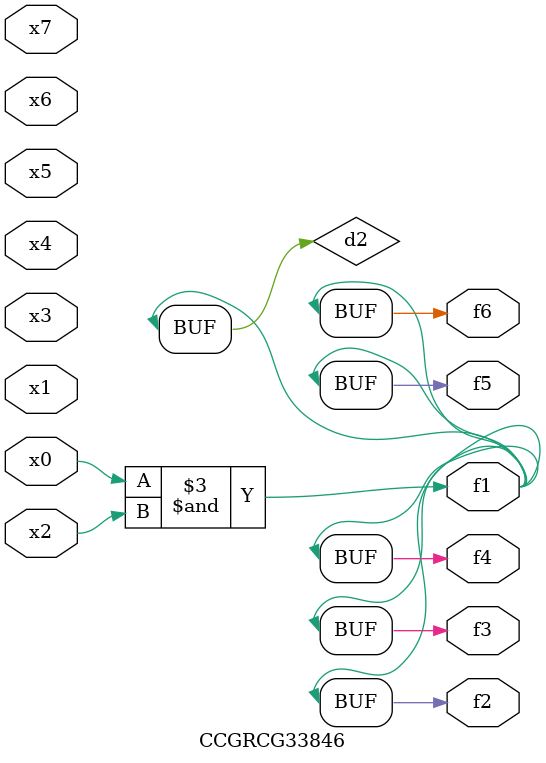
<source format=v>
module CCGRCG33846(
	input x0, x1, x2, x3, x4, x5, x6, x7,
	output f1, f2, f3, f4, f5, f6
);

	wire d1, d2;

	nor (d1, x3, x6);
	and (d2, x0, x2);
	assign f1 = d2;
	assign f2 = d2;
	assign f3 = d2;
	assign f4 = d2;
	assign f5 = d2;
	assign f6 = d2;
endmodule

</source>
